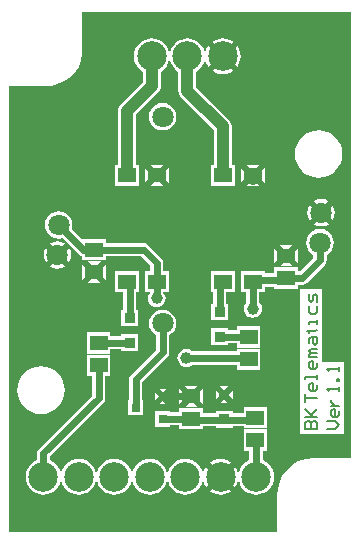
<source format=gtl>
%FSTAX36Y36*%
%MOIN*%
%SFA1B1*%

%IPPOS*%
%ADD10R,0.035430X0.035430*%
%ADD11R,0.059060X0.051180*%
%ADD12R,0.031500X0.031500*%
%ADD13R,0.059060X0.051180*%
%ADD14C,0.023620*%
%ADD15C,0.039370*%
%ADD16C,0.019690*%
%ADD17C,0.007870*%
%ADD18C,0.070870*%
%ADD19C,0.098430*%
%ADD20C,0.039370*%
%LNpcb1-1*%
%LPD*%
G36*
X00103347Y-00022638D02*
X00090551D01*
X0008815Y-00022835*
X00085591Y-00023661*
X00083504Y-00024882*
X00081575Y-0002685*
X00080315Y-00028583*
X00079606Y-00030079*
X00079173Y-00031417*
X00078819Y-00033346*
X0007874Y-00034449*
Y-00047244*
X-00010827*
Y00101378*
X00001969*
X0000374Y00101496*
X00005276Y00101929*
X00007795Y00102953*
X00009331Y00103976*
X00010709Y00105354*
X00011614Y00106378*
X00012559Y00107874*
X00013386Y00110158*
X00013701Y00111693*
X0001378Y00114173*
Y00125984*
X00103347*
Y-00022638*
G37*
%LNpcb1-2*%
%LPC*%
G36*
X00041726Y00000549D02*
X00039361D01*
X00040543Y-00000634*
X00041726Y00000549*
G37*
G36*
X00062458Y00001354D02*
X00059699D01*
X00061079Y-00000025*
X00062458Y00001354*
G37*
G36*
X00073105Y00013864D02*
X000652D01*
Y00013011*
X00050403*
X00049922Y0001338*
X000492Y00013679*
X00048425Y00013781*
X0004765Y00013679*
X00046928Y0001338*
X00046308Y00012905*
X00045832Y00012285*
X00045533Y00011562*
X00045431Y00010787*
X00045533Y00010012*
X00045832Y0000929*
X00046308Y0000867*
X00046928Y00008194*
X0004765Y00007895*
X00048425Y00007793*
X000492Y00007895*
X00049922Y00008194*
X00050403Y00008564*
X000652*
Y00006746*
X00073105*
Y00013864*
G37*
G36*
X00052203Y00001533D02*
X00047868D01*
X00050036Y-00000634*
X00052203Y00001533*
G37*
G36*
X00043118Y-00000843D02*
X00041935Y-00002026D01*
X00043118Y-00003209*
Y-00000843*
G37*
G36*
X00058307Y-00000038D02*
Y-00002797D01*
X00059687Y-00001417*
X00058307Y-00000038*
G37*
G36*
X0006385D02*
X00062471Y-00001417D01*
X0006385Y-00002797*
Y-00000038*
G37*
G36*
X00005866Y00059701D02*
X0000468Y00059544D01*
X00003575Y00059087*
X00002626Y00058358*
X00001898Y00057409*
X0000144Y00056304*
X00001284Y00055118*
X0000144Y00053932*
X00001898Y00052827*
X00002626Y00051878*
X00003575Y00051149*
X0000468Y00050692*
X00005866Y00050536*
X00007052Y00050692*
X0000712Y0005072*
X0001253Y00045309*
X00013251Y00044827*
X00013701Y00044738*
Y00043323*
X00021606*
Y00044658*
X0003326*
X0003631Y00041608*
Y00039804*
X00034581*
Y00032686*
X0003631*
Y00032579*
X00035941Y00032097*
X00035641Y00031375*
X00035539Y000306*
X00035641Y00029825*
X00035941Y00029103*
X00036416Y00028483*
X00037036Y00028007*
X00037759Y00027708*
X00038533Y00027606*
X00039309Y00027708*
X00040031Y00028007*
X00040651Y00028483*
X00041126Y00029103*
X00041426Y00029825*
X00041528Y000306*
X00041426Y00031375*
X00041126Y00032097*
X00040757Y00032579*
Y00032686*
X00042486*
Y00039804*
X00040757*
Y00042529*
X00040588Y0004338*
X00040106Y00044102*
X00035754Y00048454*
X00035032Y00048936*
X00034181Y00049106*
X00021606*
Y00050441*
X00013701*
Y00050428*
X00010265Y00053865*
X00010293Y00053932*
X00010449Y00055118*
X00010293Y00056304*
X00009835Y00057409*
X00009106Y00058358*
X00008157Y00059087*
X00007052Y00059544*
X00005866Y00059701*
G37*
G36*
X00017653Y0003801D02*
X00015486Y00035842D01*
X00019821*
X00017653Y0003801*
G37*
G36*
X00013701Y00041962D02*
Y00036841D01*
X00016262Y00039402*
X00013701Y00041962*
G37*
G36*
X00064486Y00039804D02*
X00056581D01*
Y00032686*
X0005731*
Y00028867*
X00056762*
Y00023324*
X00062305*
Y00028867*
X00061757*
Y00032686*
X00064486*
Y00039804*
G37*
G36*
X00023105Y00019344D02*
X000152D01*
Y00012226*
X00023105*
Y00013604*
X00026762*
Y00013056*
X00032305*
Y00018599*
X00026762*
Y00018052*
X00023105*
Y00019344*
G37*
G36*
X00073105Y00021344D02*
X000652D01*
Y00020052*
X00062305*
Y00020599*
X00056762*
Y00015056*
X00062305*
Y00015604*
X000652*
Y00014226*
X00073105*
Y00021344*
G37*
G36*
X00032486Y00039804D02*
X00024581D01*
Y00032686*
X0002731*
Y00026867*
X00026762*
Y00021324*
X00032305*
Y00026867*
X00031757*
Y00032686*
X00032486*
Y00039804*
G37*
G36*
X00093756Y00033849D02*
X00086245D01*
Y-00005803*
Y-00014583*
X00093568*
Y-0001474*
X00101079*
Y-00002024*
Y00009423*
X00093756*
Y00033849*
G37*
G36*
X0004052Y00026874D02*
X00039334Y00026718D01*
X00038228Y0002626*
X00037279Y00025532*
X00036551Y00024583*
X00036093Y00023477*
X00035937Y00022291*
X00036093Y00021105*
X00036551Y0002*
X00037279Y00019051*
X00038228Y00018323*
X00038296Y00018295*
Y00013567*
X00029955Y00005226*
X00029473Y00004505*
X00029304Y00003654*
Y-00003192*
X00028953*
Y-00008341*
X00034102*
Y-00003192*
X00033751*
Y00002733*
X00042092Y00011073*
X00042574Y00011795*
X00042744Y00012646*
Y00018295*
X00042811Y00018323*
X0004376Y00019051*
X00044488Y0002*
X00044946Y00021105*
X00045102Y00022291*
X00044946Y00023477*
X00044488Y00024583*
X0004376Y00025532*
X00042811Y0002626*
X00041706Y00026718*
X0004052Y00026874*
G37*
G36*
X0Y00007928D02*
X-00001547Y00007776D01*
X-00003034Y00007324*
X-00004405Y00006592*
X-00005606Y00005606*
X-00006592Y00004405*
X-00007324Y00003034*
X-00007776Y00001547*
X-00007928Y0*
X-00007776Y-00001547*
X-00007324Y-00003034*
X-00006592Y-00004405*
X-00005606Y-00005606*
X-00004405Y-00006592*
X-00003034Y-00007324*
X-00001547Y-00007776*
X0Y-00007928*
X00001547Y-00007776*
X00003034Y-00007324*
X00004405Y-00006592*
X00005606Y-00005606*
X00006592Y-00004405*
X00007324Y-00003034*
X00007776Y-00001547*
X00007928Y0*
X00007776Y00001547*
X00007324Y00003034*
X00006592Y00004405*
X00005606Y00005606*
X00004405Y00006592*
X00003034Y00007324*
X00001547Y00007776*
X0Y00007928*
G37*
G36*
X00059842Y-00022908D02*
X00058682Y-00023023D01*
X00057566Y-00023361*
X00056537Y-00023911*
X000564Y-00024024*
X00059842Y-00027466*
X00063285Y-00024024*
X00063148Y-00023911*
X00062119Y-00023361*
X00061003Y-00023023*
X00059842Y-00022908*
G37*
G36*
Y-0003025D02*
X000564Y-00033693D01*
X00056537Y-00033805*
X00057566Y-00034355*
X00058682Y-00034694*
X00059842Y-00034808*
X00061003Y-00034694*
X00062119Y-00034355*
X00063148Y-00033805*
X00063285Y-00033693*
X00059842Y-0003025*
G37*
G36*
X00023105Y00011864D02*
X000152D01*
Y00004746*
X00016929*
Y-00001756*
X-00000785Y-0001947*
X-00001267Y-00020191*
X-00001436Y-00021042*
Y-00023345*
X-00001489Y-00023361*
X-00002518Y-00023911*
X-0000342Y-00024651*
X-0000416Y-00025553*
X-0000471Y-00026581*
X-00005048Y-00027698*
X-00005162Y-00028858*
X-00005048Y-00030019*
X-0000471Y-00031135*
X-0000416Y-00032164*
X-0000342Y-00033066*
X-00002518Y-00033805*
X-00001489Y-00034355*
X-00000373Y-00034694*
X00000787Y-00034808*
X00001948Y-00034694*
X00003064Y-00034355*
X00004093Y-00033805*
X00004995Y-00033066*
X00005735Y-00032164*
X00006284Y-00031135*
X00006623Y-00030019*
X00006693Y-00029309*
X00006763Y-00030019*
X00007101Y-00031135*
X00007651Y-00032164*
X00008391Y-00033066*
X00009293Y-00033805*
X00010322Y-00034355*
X00011438Y-00034694*
X00012598Y-00034808*
X00013759Y-00034694*
X00014875Y-00034355*
X00015904Y-00033805*
X00016806Y-00033066*
X00017546Y-00032164*
X00018095Y-00031135*
X00018434Y-00030019*
X00018504Y-00029309*
X00018574Y-00030019*
X00018913Y-00031135*
X00019462Y-00032164*
X00020202Y-00033066*
X00021104Y-00033805*
X00022132Y-00034355*
X00023249Y-00034694*
X00024409Y-00034808*
X0002557Y-00034694*
X00026686Y-00034355*
X00027715Y-00033805*
X00028617Y-00033066*
X00029357Y-00032164*
X00029906Y-00031135*
X00030245Y-00030019*
X00030315Y-00029309*
X00030385Y-00030019*
X00030724Y-00031135*
X00031273Y-00032164*
X00032013Y-00033066*
X00032915Y-00033805*
X00033944Y-00034355*
X0003506Y-00034694*
X0003622Y-00034808*
X00037381Y-00034694*
X00038497Y-00034355*
X00039526Y-00033805*
X00040428Y-00033066*
X00041168Y-00032164*
X00041717Y-00031135*
X00042056Y-00030019*
X00042126Y-00029309*
X00042196Y-00030019*
X00042535Y-00031135*
X00043084Y-00032164*
X00043824Y-00033066*
X00044726Y-00033805*
X00045755Y-00034355*
X00046871Y-00034694*
X00048031Y-00034808*
X00049192Y-00034694*
X00050308Y-00034355*
X00051337Y-00033805*
X00052239Y-00033066*
X00052979Y-00032164*
X00053528Y-00031135*
X00053867Y-00030019*
X00053937Y-00029309*
X00054007Y-00030019*
X00054346Y-00031135*
X00054895Y-00032164*
X00055008Y-00032301*
X00058451Y-00028858*
X00055008Y-00025416*
X00054895Y-00025553*
X00054346Y-00026581*
X00054007Y-00027698*
X00053937Y-00028407*
X00053867Y-00027698*
X00053528Y-00026581*
X00052979Y-00025553*
X00052239Y-00024651*
X00051337Y-00023911*
X00050308Y-00023361*
X00049192Y-00023023*
X00048031Y-00022908*
X00046871Y-00023023*
X00045755Y-00023361*
X00044726Y-00023911*
X00043824Y-00024651*
X00043084Y-00025553*
X00042535Y-00026581*
X00042196Y-00027698*
X00042126Y-00028407*
X00042056Y-00027698*
X00041717Y-00026581*
X00041168Y-00025553*
X00040428Y-00024651*
X00039526Y-00023911*
X00038497Y-00023361*
X00037381Y-00023023*
X0003622Y-00022908*
X0003506Y-00023023*
X00033944Y-00023361*
X00032915Y-00023911*
X00032013Y-00024651*
X00031273Y-00025553*
X00030724Y-00026581*
X00030385Y-00027698*
X00030315Y-00028407*
X00030245Y-00027698*
X00029906Y-00026581*
X00029357Y-00025553*
X00028617Y-00024651*
X00027715Y-00023911*
X00026686Y-00023361*
X0002557Y-00023023*
X00024409Y-00022908*
X00023249Y-00023023*
X00022132Y-00023361*
X00021104Y-00023911*
X00020202Y-00024651*
X00019462Y-00025553*
X00018913Y-00026581*
X00018574Y-00027698*
X00018504Y-00028407*
X00018434Y-00027698*
X00018095Y-00026581*
X00017546Y-00025553*
X00016806Y-00024651*
X00015904Y-00023911*
X00014875Y-00023361*
X00013759Y-00023023*
X00012598Y-00022908*
X00011438Y-00023023*
X00010322Y-00023361*
X00009293Y-00023911*
X00008391Y-00024651*
X00007651Y-00025553*
X00007101Y-00026581*
X00006763Y-00027698*
X00006693Y-00028407*
X00006623Y-00027698*
X00006284Y-00026581*
X00005735Y-00025553*
X00004995Y-00024651*
X00004093Y-00023911*
X00003064Y-00023361*
X00003011Y-00023345*
Y-00021963*
X00020725Y-0000425*
X00021207Y-00003528*
X00021376Y-00002677*
Y00004746*
X00023105*
Y00011864*
G37*
G36*
X00075425Y-00013063D02*
X0006752D01*
Y-00020181*
X0006943*
Y-00023345*
X00069377Y-00023361*
X00068348Y-00023911*
X00067446Y-00024651*
X00066706Y-00025553*
X00066157Y-00026581*
X00065818Y-00027698*
X00065748Y-00028407*
X00065678Y-00027698*
X00065339Y-00026581*
X0006479Y-00025553*
X00064677Y-00025416*
X00061234Y-00028858*
X00064677Y-00032301*
X0006479Y-00032164*
X00065339Y-00031135*
X00065678Y-00030019*
X00065748Y-00029309*
X00065818Y-00030019*
X00066157Y-00031135*
X00066706Y-00032164*
X00067446Y-00033066*
X00068348Y-00033805*
X00069377Y-00034355*
X00070493Y-00034694*
X00071653Y-00034808*
X00072814Y-00034694*
X00073931Y-00034355*
X00074959Y-00033805*
X00075861Y-00033066*
X00076601Y-00032164*
X0007715Y-00031135*
X00077489Y-00030019*
X00077603Y-00028858*
X00077489Y-00027698*
X0007715Y-00026581*
X00076601Y-00025553*
X00075861Y-00024651*
X00074959Y-00023911*
X00073931Y-00023361*
X00073877Y-00023345*
Y-00020181*
X00075425*
Y-00013063*
G37*
G36*
X00053988Y00000535D02*
X00051428Y-00002026D01*
X00053988Y-00004587*
Y00000535*
G37*
G36*
X00061079Y-00002809D02*
X00059699Y-00004189D01*
X00062458*
X00061079Y-00002809*
G37*
G36*
X00037969Y-00000843D02*
Y-00003209D01*
X00039151Y-00002026*
X00037969Y-00000843*
G37*
G36*
X00046083Y00000535D02*
Y-00004587D01*
X00048644Y-00002026*
X00046083Y00000535*
G37*
G36*
X00075425Y-00005583D02*
X0006752D01*
Y-00007542*
X0006385*
Y-00006913*
X00058307*
Y-00007542*
X00053988*
Y-00005947*
X00046083*
Y-00007283*
X00043118*
Y-00006932*
X00037969*
Y-00012081*
X00043118*
Y-0001173*
X00046083*
Y-00013066*
X00053988*
Y-0001199*
X00058307*
Y-00012457*
X0006385*
Y-0001199*
X0006752*
Y-00012701*
X00075425*
Y-00005583*
G37*
G36*
X00050036Y-00003418D02*
X00047868Y-00005585D01*
X00052203*
X00050036Y-00003418*
G37*
G36*
X00040543D02*
X00039361Y-00004601D01*
X00041726*
X00040543Y-00003418*
G37*
G36*
X00066581Y00074239D02*
Y00069117D01*
X00069142Y00071678*
X00066581Y00074239*
G37*
G36*
X00074486D02*
X00071925Y00071678D01*
X00074486Y00069117*
Y00074239*
G37*
G36*
X0009252Y00086668D02*
X00090973Y00086516D01*
X00089486Y00086065*
X00088115Y00085332*
X00086914Y00084346*
X00085928Y00083145*
X00085195Y00081774*
X00084744Y00080287*
X00084592Y0007874*
X00084744Y00077193*
X00085195Y00075706*
X00085928Y00074336*
X00086914Y00073134*
X00088115Y00072148*
X00089486Y00071416*
X00090973Y00070964*
X0009252Y00070812*
X00094066Y00070964*
X00095554Y00071416*
X00096924Y00072148*
X00098126Y00073134*
X00099111Y00074336*
X00099844Y00075706*
X00100295Y00077193*
X00100448Y0007874*
X00100295Y00080287*
X00099844Y00081774*
X00099111Y00083145*
X00098126Y00084346*
X00096924Y00085332*
X00095554Y00086065*
X00094066Y00086516*
X0009252Y00086668*
G37*
G36*
X00042486Y00074239D02*
X00039926Y00071678D01*
X00042486Y00069117*
Y00074239*
G37*
G36*
X00038533Y00070286D02*
X00036366Y00068119D01*
X00040701*
X00038533Y00070286*
G37*
G36*
X00070534D02*
X00068366Y00068119D01*
X00072701*
X00070534Y00070286*
G37*
G36*
X00034581Y00074239D02*
Y00069117D01*
X00037142Y00071678*
X00034581Y00074239*
G37*
G36*
X0006541Y00114776D02*
X00061967Y00111334D01*
X0006541Y00107891*
X00065523Y00108028*
X00066073Y00109057*
X00066411Y00110173*
X00066526Y00111334*
X00066411Y00112495*
X00066073Y00113611*
X00065523Y00114639*
X0006541Y00114776*
G37*
G36*
X00048765Y00117284D02*
X00047604Y00117169D01*
X00046488Y00116831*
X00045459Y00116281*
X00044557Y00115541*
X00043817Y00114639*
X00043268Y00113611*
X00042929Y00112495*
X00042859Y00111785*
X00042789Y00112495*
X0004245Y00113611*
X00041901Y00114639*
X00041161Y00115541*
X00040259Y00116281*
X0003923Y00116831*
X00038114Y00117169*
X00036953Y00117284*
X00035793Y00117169*
X00034677Y00116831*
X00033648Y00116281*
X00032746Y00115541*
X00032006Y00114639*
X00031457Y00113611*
X00031118Y00112495*
X00031004Y00111334*
X00031118Y00110173*
X00031457Y00109057*
X00032006Y00108028*
X00032746Y00107126*
X00033648Y00106387*
X00033959Y0010622*
Y00102682*
X00026416Y00095139*
X00025941Y00094519*
X00025729Y00094008*
X00025641Y00093797*
X00025539Y00093022*
Y00075237*
X00024581*
Y00068119*
X00032486*
Y00075237*
X00031528*
Y00091782*
X00039071Y00099325*
X00039546Y00099945*
X00039758Y00100455*
X00039846Y00100667*
X00039948Y00101442*
Y0010622*
X00040259Y00106387*
X00041161Y00107126*
X00041901Y00108028*
X0004245Y00109057*
X00042789Y00110173*
X00042859Y00110883*
X00042929Y00110173*
X00043268Y00109057*
X00043817Y00108028*
X00044557Y00107126*
X00045459Y00106387*
X0004577Y0010622*
Y00099739*
X00045872Y00098965*
X0004596Y00098753*
X00046172Y00098242*
X00046647Y00097622*
X00057539Y0008673*
Y00075237*
X00056581*
Y00068119*
X00064486*
Y00075237*
X00063528*
Y0008797*
X00063426Y00088745*
X00063338Y00088957*
X00063126Y00089468*
X00062651Y00090088*
X00051759Y0010098*
Y0010622*
X0005207Y00106387*
X00052972Y00107126*
X00053712Y00108028*
X00054261Y00109057*
X000546Y00110173*
X0005467Y00110883*
X0005474Y00110173*
X00055079Y00109057*
X00055628Y00108028*
X00055741Y00107891*
X00059184Y00111334*
X00055741Y00114776*
X00055628Y00114639*
X00055079Y00113611*
X0005474Y00112495*
X0005467Y00111785*
X000546Y00112495*
X00054261Y00113611*
X00053712Y00114639*
X00052972Y00115541*
X0005207Y00116281*
X00051042Y00116831*
X00049925Y00117169*
X00048765Y00117284*
G37*
G36*
X00060576D02*
X00059415Y00117169D01*
X00058299Y00116831*
X0005727Y00116281*
X00057133Y00116168*
X00060576Y00112726*
X00064018Y00116168*
X00063881Y00116281*
X00062853Y00116831*
X00061736Y00117169*
X00060576Y00117284*
G37*
G36*
Y00109942D02*
X00057133Y00106499D01*
X0005727Y00106387*
X00058299Y00105837*
X00059415Y00105498*
X00060576Y00105384*
X00061736Y00105498*
X00062853Y00105837*
X00063881Y00106387*
X00064018Y00106499*
X00060576Y00109942*
G37*
G36*
X00040701Y00075237D02*
X00036366D01*
X00038533Y0007307*
X00040701Y00075237*
G37*
G36*
X00072701D02*
X00068366D01*
X00070534Y0007307*
X00072701Y00075237*
G37*
G36*
X0004052Y00095771D02*
X00039334Y00095615D01*
X00038228Y00095157*
X00037279Y00094429*
X00036551Y0009348*
X00036093Y00092375*
X00035937Y00091189*
X00036093Y00090003*
X00036551Y00088898*
X00037279Y00087949*
X00038228Y0008722*
X00039334Y00086763*
X0004052Y00086607*
X00041706Y00086763*
X00042811Y0008722*
X0004376Y00087949*
X00044488Y00088898*
X00044946Y00090003*
X00045102Y00091189*
X00044946Y00092375*
X00044488Y0009348*
X0004376Y00094429*
X00042811Y00095157*
X00041706Y00095615*
X0004052Y00095771*
G37*
G36*
X00093386Y00063795D02*
X000922Y00063639D01*
X00091095Y00063181*
X00090933Y00063057*
X00093386Y00060605*
X00095838Y00063057*
X00095677Y00063181*
X00094572Y00063639*
X00093386Y00063795*
G37*
G36*
X00081653Y0004349D02*
X00079486Y00041323D01*
X00083821*
X00081653Y0004349*
G37*
G36*
X00077701Y00047443D02*
Y00042321D01*
X00080262Y00044882*
X00077701Y00047443*
G37*
G36*
X00085606D02*
X00083046Y00044882D01*
X00085606Y00042321*
Y00047443*
G37*
G36*
X00019821Y00042961D02*
X00015486D01*
X00017653Y00040793*
X00019821Y00042961*
G37*
G36*
X00021606Y00041962D02*
X00019046Y00039402D01*
X00021606Y00036841*
Y00041962*
G37*
G36*
X00092992Y00053795D02*
X00091806Y00053639D01*
X00090701Y00053181*
X00089752Y00052453*
X00089024Y00051504*
X00088566Y00050399*
X0008841Y00049213*
X00088566Y00048027*
X00089024Y00046921*
X00089752Y00045972*
X00090701Y00045244*
X00090768Y00045216*
Y00044189*
X00086205Y00039625*
X00085606*
Y00040961*
X00077701*
Y00038941*
X00074486*
Y00039804*
X00066581*
Y00032686*
X00068367*
Y00029144*
X00067998Y00028662*
X00067699Y0002794*
X00067596Y00027165*
X00067699Y0002639*
X00067998Y00025668*
X00068473Y00025048*
X00069094Y00024572*
X00069816Y00024273*
X00070591Y00024171*
X00071365Y00024273*
X00072088Y00024572*
X00072708Y00025048*
X00073184Y00025668*
X00073483Y0002639*
X00073585Y00027165*
X00073483Y0002794*
X00073184Y00028662*
X00072814Y00029144*
Y00032686*
X00074486*
Y00034494*
X00077701*
Y00033843*
X00085606*
Y00035178*
X00087126*
X00087977Y00035347*
X00088699Y00035829*
X00094565Y00041695*
X00095047Y00042417*
X00095216Y00043268*
Y00045216*
X00095283Y00045244*
X00096232Y00045972*
X00096961Y00046921*
X00097418Y00048027*
X00097575Y00049213*
X00097418Y00050399*
X00096961Y00051504*
X00096232Y00052453*
X00095283Y00053181*
X00094178Y00053639*
X00092992Y00053795*
G37*
G36*
X00005472Y00043726D02*
X0000302Y00041273D01*
X00003181Y0004115*
X00004286Y00040692*
X00005472Y00040536*
X00006658Y00040692*
X00007764Y0004115*
X00007925Y00041273*
X00005472Y00043726*
G37*
G36*
X00093386Y00057821D02*
X00090933Y00055368D01*
X00091095Y00055244*
X000922Y00054786*
X00093386Y0005463*
X00094572Y00054786*
X00095677Y00055244*
X00095838Y00055368*
X00093386Y00057821*
G37*
G36*
X00089541Y00061665D02*
X00089417Y00061504D01*
X00088959Y00060399*
X00088803Y00059213*
X00088959Y00058027*
X00089417Y00056921*
X00089541Y0005676*
X00091994Y00059213*
X00089541Y00061665*
G37*
G36*
X0009723D02*
X00094778Y00059213D01*
X0009723Y0005676*
X00097354Y00056921*
X00097812Y00058027*
X00097968Y00059213*
X00097812Y00060399*
X00097354Y00061504*
X0009723Y00061665*
G37*
G36*
X00005472Y00049701D02*
X00004286Y00049545D01*
X00003181Y00049087*
X0000302Y00048963*
X00005472Y0004651*
X00007925Y00048963*
X00007764Y00049087*
X00006658Y00049545*
X00005472Y00049701*
G37*
G36*
X00001628Y00047571D02*
X00001504Y00047409D01*
X00001046Y00046304*
X0000089Y00045118*
X00001046Y00043932*
X00001504Y00042827*
X00001628Y00042665*
X00004081Y00045118*
X00001628Y00047571*
G37*
G36*
X00009317D02*
X00006864Y00045118D01*
X00009317Y00042665*
X00009441Y00042827*
X00009899Y00043932*
X00010055Y00045118*
X00009899Y00046304*
X00009441Y00047409*
X00009317Y00047571*
G37*
G36*
X00083821Y00048441D02*
X00079486D01*
X00081653Y00046274*
X00083821Y00048441*
G37*
%LNpcb1-3*%
%LPD*%
G54D10*
X00061079Y-00001417D03*
Y-00009685D03*
X00029533Y00024096D03*
Y00015828D03*
X00059534Y00026096D03*
Y00017828D03*
G54D11*
X00017653Y00039402D03*
Y00046882D03*
X00081653Y00044882D03*
Y00037402D03*
X00069152Y00017785D03*
Y00010305D03*
X00019152Y00015785D03*
Y00008305D03*
X00050036Y-00009506D03*
Y-00002026D03*
X00071472Y-00009142D03*
Y-00016622D03*
G54D12*
X00031528Y-00005766D03*
X00040543Y-00009506D03*
Y-00002026D03*
G54D13*
X00028534Y00071678D03*
X00038533D03*
Y00036245D03*
X00028534D03*
X00060533Y00071678D03*
X00070534D03*
Y00036245D03*
X00060533D03*
G54D14*
X00050295Y-00009766D02*
X00070848D01*
X00071472Y-00009142*
X00092992Y00043268D02*
Y00049213D01*
X00087126Y00037402D02*
X00092992Y00043268D01*
X00081653Y00037402D02*
X00087126D01*
X00014102Y00046882D02*
X00034181D01*
X00005866Y00055118D02*
X00014102Y00046882D01*
X00005472Y00055118D02*
X00005866D01*
X00038533Y00036245D02*
Y00042529D01*
X00034181Y00046882D02*
X00038533Y00042529D01*
X0007073Y00036718D02*
X00080694D01*
X00070534Y00036245D02*
X00070591Y00036188D01*
Y00027165D02*
Y00036188D01*
X00038533Y000306D02*
Y00036245D01*
X00059534Y00026096D02*
Y00035245D01*
X00029533Y00024096D02*
Y00035245D01*
X00059534Y00017828D02*
X0006911D01*
X00069152Y00017785*
X00040543Y-00002026D02*
X00050036D01*
X00040543Y-00009506D02*
X00050036D01*
X00050295Y-00009766*
X00031528Y00003654D02*
X0004052Y00012646D01*
X00031528Y-00005766D02*
Y00003654D01*
X00048425Y00010787D02*
X0006867D01*
X00069152Y00010305*
X00019196Y00015828D02*
X00029533D01*
X0004052Y00012646D02*
Y00022291D01*
X00000787Y-00028858D02*
Y-00021042D01*
X00019152Y-00002677*
Y00008305*
X00071653Y-00028858D02*
Y-00016417D01*
G54D15*
X00060533Y00071678D02*
Y0008797D01*
X00048765Y00099739D02*
X00060533Y0008797D01*
X00048765Y00099739D02*
Y00111334D01*
X00070534Y00070258D02*
Y00071678D01*
X00028534D02*
Y00093022D01*
X00036953Y00101442*
Y00111334*
G54D16*
X00059534Y00035245D02*
X00060533Y00036245D01*
G54D17*
X00099291Y-00000236D02*
Y00001076D01*
Y0000042*
X00095356*
X00096012Y-00000236*
X00099291Y00003044D02*
X00098635D01*
Y000037*
X00099291*
Y00003044*
Y00006323D02*
Y00007635D01*
Y00006979*
X00095356*
X00096012Y00006323*
X00095356Y-00012953D02*
X00097979D01*
X00099291Y-00011641*
X00097979Y-00010329*
X00095356*
X00099291Y-00007049D02*
Y-00008361D01*
X00098635Y-00009017*
X00097324*
X00096667Y-00008361*
Y-00007049*
X00097324Y-00006393*
X00097979*
Y-00009017*
X00096667Y-00005081D02*
X00099291D01*
X00097979*
X00097324Y-00004425*
X00096667Y-00003769*
Y-00003113*
X00088033Y-00012795D02*
X00091969D01*
Y-00010827*
X00091312Y-00010171*
X00090657*
X00090001Y-00010827*
Y-00012795*
Y-00010827*
X00089345Y-00010171*
X00088689*
X00088033Y-00010827*
Y-00012795*
Y-0000886D02*
X00091969D01*
X00090657*
X00088033Y-00006236*
X00090001Y-00008204*
X00091969Y-00006236*
X00088033Y-00004016D02*
Y-00001392D01*
Y-00002704*
X00091969*
Y00001888D02*
Y00000576D01*
X00091312Y-0000008*
X00090001*
X00089345Y00000576*
Y00001888*
X00090001Y00002544*
X00090657*
Y-0000008*
X00091969Y00003856D02*
Y00005168D01*
Y00004512*
X00088033*
Y00003856*
X00091969Y00009103D02*
Y00007791D01*
X00091312Y00007136*
X00090001*
X00089345Y00007791*
Y00009103*
X00090001Y00009759*
X00090657*
Y00007136*
X00091969Y00011071D02*
X00089345D01*
Y00011727*
X00090001Y00012383*
X00091969*
X00090001*
X00089345Y00013039*
X00090001Y00013695*
X00091969*
X00089345Y00015663D02*
Y00016975D01*
X00090001Y00017631*
X00091969*
Y00015663*
X00091312Y00015007*
X00090657Y00015663*
Y00017631*
X00088689Y00019599D02*
X00089345D01*
Y00018943*
Y00020255*
Y00019599*
X00091312*
X00091969Y00020255*
Y00022222D02*
Y00023534D01*
Y00022878*
X00089345*
Y00022222*
Y00028126D02*
Y00026158D01*
X00090001Y00025502*
X00091312*
X00091969Y00026158*
Y00028126*
Y00029438D02*
Y00031406D01*
X00091312Y00032062*
X00090657Y00031406*
Y00030094*
X00090001Y00029438*
X00089345Y00030094*
Y00032062*
G54D18*
X00093386Y00059213D03*
X00092992Y00049213D03*
X00005472Y00045118D03*
X00005866Y00055118D03*
X0004052Y00091189D03*
Y00022291D03*
G54D19*
X00000787Y-00028858D03*
X00012598D03*
X00024409D03*
X0003622D03*
X00036953Y00111334D03*
X00048765D03*
X00060576D03*
X00071653Y-00028858D03*
X00059842D03*
X00048031D03*
G54D20*
X0009941Y00012756D03*
X00070591Y00027165D03*
X00048583Y-00043583D03*
X00026693D03*
X00038533Y000306D03*
X00048425Y00010787D03*
X-00006142Y-00043583D03*
X00004803D03*
X00015748D03*
X00037638D03*
X00059527D03*
X00070472D03*
X00082323Y-00018976D03*
X00094606Y-00018386D03*
X0009941Y00021102D03*
Y00031142D03*
Y00043819D03*
Y00054488D03*
Y00066614D03*
Y00090472D03*
Y00100564D03*
Y00110656D03*
Y00120748D03*
X00020118Y00122362D03*
X00018661Y00109606D03*
X0000685Y00096693D03*
X-00007165D03*
Y00079528D03*
Y00063386D03*
Y00025709D03*
Y0004374D03*
Y00009055D03*
X00078386Y00001221D03*
X00068268Y00001417D03*
X00049724Y00030748D03*
X00050276Y00053543D03*
X00036457Y00055748D03*
X-00007165Y-00011732D03*
X00070118Y00064488D03*
X00070197Y00078858D03*
X00077756Y00071496D03*
X00079449Y00027756D03*
X0007Y00042756D03*
X00045551Y00035906D03*
Y00071299D03*
X0003874Y00078031D03*
X00038819Y00064685D03*
X00059173Y00102874D03*
M02*
</source>
